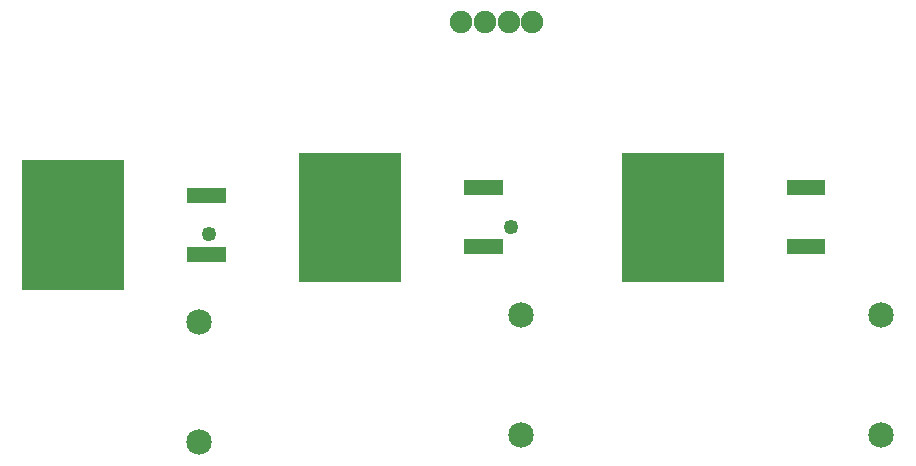
<source format=gts>
G04 MADE WITH FRITZING*
G04 WWW.FRITZING.ORG*
G04 DOUBLE SIDED*
G04 HOLES PLATED*
G04 CONTOUR ON CENTER OF CONTOUR VECTOR*
%ASAXBY*%
%FSLAX23Y23*%
%MOIN*%
%OFA0B0*%
%SFA1.0B1.0*%
%ADD10C,0.049370*%
%ADD11C,0.075000*%
%ADD12C,0.085000*%
%ADD13R,0.001000X0.001000*%
%LNMASK1*%
G90*
G70*
G54D10*
X703Y819D03*
X1711Y843D03*
G54D11*
X1545Y1526D03*
X1624Y1526D03*
X1702Y1526D03*
X1781Y1526D03*
G54D12*
X670Y526D03*
X670Y126D03*
X1745Y551D03*
X1745Y151D03*
X2945Y551D03*
X2945Y151D03*
G54D13*
X1004Y1090D02*
X1344Y1090D01*
X2079Y1090D02*
X2419Y1090D01*
X1004Y1089D02*
X1344Y1089D01*
X2079Y1089D02*
X2419Y1089D01*
X1004Y1088D02*
X1344Y1088D01*
X2079Y1088D02*
X2419Y1088D01*
X1004Y1087D02*
X1344Y1087D01*
X2079Y1087D02*
X2419Y1087D01*
X1004Y1086D02*
X1344Y1086D01*
X2079Y1086D02*
X2419Y1086D01*
X1004Y1085D02*
X1344Y1085D01*
X2079Y1085D02*
X2419Y1085D01*
X1004Y1084D02*
X1344Y1084D01*
X2079Y1084D02*
X2419Y1084D01*
X1004Y1083D02*
X1344Y1083D01*
X2079Y1083D02*
X2419Y1083D01*
X1004Y1082D02*
X1344Y1082D01*
X2079Y1082D02*
X2419Y1082D01*
X1004Y1081D02*
X1344Y1081D01*
X2079Y1081D02*
X2419Y1081D01*
X1004Y1080D02*
X1344Y1080D01*
X2079Y1080D02*
X2419Y1080D01*
X1004Y1079D02*
X1344Y1079D01*
X2079Y1079D02*
X2419Y1079D01*
X1004Y1078D02*
X1344Y1078D01*
X2079Y1078D02*
X2419Y1078D01*
X1004Y1077D02*
X1344Y1077D01*
X2079Y1077D02*
X2419Y1077D01*
X1004Y1076D02*
X1344Y1076D01*
X2079Y1076D02*
X2419Y1076D01*
X1004Y1075D02*
X1344Y1075D01*
X2079Y1075D02*
X2419Y1075D01*
X1004Y1074D02*
X1344Y1074D01*
X2079Y1074D02*
X2419Y1074D01*
X1004Y1073D02*
X1344Y1073D01*
X2079Y1073D02*
X2419Y1073D01*
X1004Y1072D02*
X1344Y1072D01*
X2079Y1072D02*
X2419Y1072D01*
X1004Y1071D02*
X1344Y1071D01*
X2079Y1071D02*
X2419Y1071D01*
X1004Y1070D02*
X1344Y1070D01*
X2079Y1070D02*
X2419Y1070D01*
X1004Y1069D02*
X1344Y1069D01*
X2079Y1069D02*
X2419Y1069D01*
X1004Y1068D02*
X1344Y1068D01*
X2079Y1068D02*
X2419Y1068D01*
X1004Y1067D02*
X1344Y1067D01*
X2079Y1067D02*
X2419Y1067D01*
X1004Y1066D02*
X1344Y1066D01*
X2079Y1066D02*
X2419Y1066D01*
X80Y1065D02*
X419Y1065D01*
X1004Y1065D02*
X1344Y1065D01*
X2079Y1065D02*
X2419Y1065D01*
X80Y1064D02*
X419Y1064D01*
X1004Y1064D02*
X1344Y1064D01*
X2079Y1064D02*
X2419Y1064D01*
X80Y1063D02*
X419Y1063D01*
X1004Y1063D02*
X1344Y1063D01*
X2079Y1063D02*
X2419Y1063D01*
X80Y1062D02*
X419Y1062D01*
X1004Y1062D02*
X1344Y1062D01*
X2079Y1062D02*
X2419Y1062D01*
X80Y1061D02*
X419Y1061D01*
X1004Y1061D02*
X1344Y1061D01*
X2079Y1061D02*
X2419Y1061D01*
X80Y1060D02*
X419Y1060D01*
X1004Y1060D02*
X1344Y1060D01*
X2079Y1060D02*
X2419Y1060D01*
X80Y1059D02*
X419Y1059D01*
X1004Y1059D02*
X1344Y1059D01*
X2079Y1059D02*
X2419Y1059D01*
X80Y1058D02*
X419Y1058D01*
X1004Y1058D02*
X1344Y1058D01*
X2079Y1058D02*
X2419Y1058D01*
X80Y1057D02*
X419Y1057D01*
X1004Y1057D02*
X1344Y1057D01*
X2079Y1057D02*
X2419Y1057D01*
X80Y1056D02*
X419Y1056D01*
X1004Y1056D02*
X1344Y1056D01*
X2079Y1056D02*
X2419Y1056D01*
X80Y1055D02*
X419Y1055D01*
X1004Y1055D02*
X1344Y1055D01*
X2079Y1055D02*
X2419Y1055D01*
X80Y1054D02*
X419Y1054D01*
X1004Y1054D02*
X1344Y1054D01*
X2079Y1054D02*
X2419Y1054D01*
X80Y1053D02*
X419Y1053D01*
X1004Y1053D02*
X1344Y1053D01*
X2079Y1053D02*
X2419Y1053D01*
X80Y1052D02*
X419Y1052D01*
X1004Y1052D02*
X1344Y1052D01*
X2079Y1052D02*
X2419Y1052D01*
X80Y1051D02*
X419Y1051D01*
X1004Y1051D02*
X1344Y1051D01*
X2079Y1051D02*
X2419Y1051D01*
X80Y1050D02*
X419Y1050D01*
X1004Y1050D02*
X1344Y1050D01*
X2079Y1050D02*
X2419Y1050D01*
X80Y1049D02*
X419Y1049D01*
X1004Y1049D02*
X1344Y1049D01*
X2079Y1049D02*
X2419Y1049D01*
X80Y1048D02*
X419Y1048D01*
X1004Y1048D02*
X1344Y1048D01*
X2079Y1048D02*
X2419Y1048D01*
X80Y1047D02*
X419Y1047D01*
X1004Y1047D02*
X1344Y1047D01*
X2079Y1047D02*
X2419Y1047D01*
X80Y1046D02*
X419Y1046D01*
X1004Y1046D02*
X1344Y1046D01*
X2079Y1046D02*
X2419Y1046D01*
X80Y1045D02*
X419Y1045D01*
X1004Y1045D02*
X1344Y1045D01*
X2079Y1045D02*
X2419Y1045D01*
X80Y1044D02*
X419Y1044D01*
X1004Y1044D02*
X1344Y1044D01*
X2079Y1044D02*
X2419Y1044D01*
X80Y1043D02*
X419Y1043D01*
X1004Y1043D02*
X1344Y1043D01*
X2079Y1043D02*
X2419Y1043D01*
X80Y1042D02*
X419Y1042D01*
X1004Y1042D02*
X1344Y1042D01*
X2079Y1042D02*
X2419Y1042D01*
X80Y1041D02*
X419Y1041D01*
X1004Y1041D02*
X1344Y1041D01*
X2079Y1041D02*
X2419Y1041D01*
X80Y1040D02*
X419Y1040D01*
X1004Y1040D02*
X1344Y1040D01*
X2079Y1040D02*
X2419Y1040D01*
X80Y1039D02*
X419Y1039D01*
X1004Y1039D02*
X1344Y1039D01*
X2079Y1039D02*
X2419Y1039D01*
X80Y1038D02*
X419Y1038D01*
X1004Y1038D02*
X1344Y1038D01*
X2079Y1038D02*
X2419Y1038D01*
X80Y1037D02*
X419Y1037D01*
X1004Y1037D02*
X1344Y1037D01*
X2079Y1037D02*
X2419Y1037D01*
X80Y1036D02*
X419Y1036D01*
X1004Y1036D02*
X1344Y1036D01*
X2079Y1036D02*
X2419Y1036D01*
X80Y1035D02*
X419Y1035D01*
X1004Y1035D02*
X1344Y1035D01*
X2079Y1035D02*
X2419Y1035D01*
X80Y1034D02*
X419Y1034D01*
X1004Y1034D02*
X1344Y1034D01*
X2079Y1034D02*
X2419Y1034D01*
X80Y1033D02*
X419Y1033D01*
X1004Y1033D02*
X1344Y1033D01*
X2079Y1033D02*
X2419Y1033D01*
X80Y1032D02*
X419Y1032D01*
X1004Y1032D02*
X1344Y1032D01*
X2079Y1032D02*
X2419Y1032D01*
X80Y1031D02*
X419Y1031D01*
X1004Y1031D02*
X1344Y1031D01*
X2079Y1031D02*
X2419Y1031D01*
X80Y1030D02*
X419Y1030D01*
X1004Y1030D02*
X1344Y1030D01*
X2079Y1030D02*
X2419Y1030D01*
X80Y1029D02*
X419Y1029D01*
X1004Y1029D02*
X1344Y1029D01*
X2079Y1029D02*
X2419Y1029D01*
X80Y1028D02*
X419Y1028D01*
X1004Y1028D02*
X1344Y1028D01*
X2079Y1028D02*
X2419Y1028D01*
X80Y1027D02*
X419Y1027D01*
X1004Y1027D02*
X1344Y1027D01*
X2079Y1027D02*
X2419Y1027D01*
X80Y1026D02*
X419Y1026D01*
X1004Y1026D02*
X1344Y1026D01*
X2079Y1026D02*
X2419Y1026D01*
X80Y1025D02*
X419Y1025D01*
X1004Y1025D02*
X1344Y1025D01*
X2079Y1025D02*
X2419Y1025D01*
X80Y1024D02*
X419Y1024D01*
X1004Y1024D02*
X1344Y1024D01*
X2079Y1024D02*
X2419Y1024D01*
X80Y1023D02*
X419Y1023D01*
X1004Y1023D02*
X1344Y1023D01*
X2079Y1023D02*
X2419Y1023D01*
X80Y1022D02*
X419Y1022D01*
X1004Y1022D02*
X1344Y1022D01*
X2079Y1022D02*
X2419Y1022D01*
X80Y1021D02*
X419Y1021D01*
X1004Y1021D02*
X1344Y1021D01*
X2079Y1021D02*
X2419Y1021D01*
X80Y1020D02*
X419Y1020D01*
X1004Y1020D02*
X1344Y1020D01*
X2079Y1020D02*
X2419Y1020D01*
X80Y1019D02*
X419Y1019D01*
X1004Y1019D02*
X1344Y1019D01*
X2079Y1019D02*
X2419Y1019D01*
X80Y1018D02*
X419Y1018D01*
X1004Y1018D02*
X1344Y1018D01*
X2079Y1018D02*
X2419Y1018D01*
X80Y1017D02*
X419Y1017D01*
X1004Y1017D02*
X1344Y1017D01*
X2079Y1017D02*
X2419Y1017D01*
X80Y1016D02*
X419Y1016D01*
X1004Y1016D02*
X1344Y1016D01*
X2079Y1016D02*
X2419Y1016D01*
X80Y1015D02*
X419Y1015D01*
X1004Y1015D02*
X1344Y1015D01*
X2079Y1015D02*
X2419Y1015D01*
X80Y1014D02*
X419Y1014D01*
X1004Y1014D02*
X1344Y1014D01*
X2079Y1014D02*
X2419Y1014D01*
X80Y1013D02*
X419Y1013D01*
X1004Y1013D02*
X1344Y1013D01*
X2079Y1013D02*
X2419Y1013D01*
X80Y1012D02*
X419Y1012D01*
X1004Y1012D02*
X1344Y1012D01*
X2079Y1012D02*
X2419Y1012D01*
X80Y1011D02*
X419Y1011D01*
X1004Y1011D02*
X1344Y1011D01*
X2079Y1011D02*
X2419Y1011D01*
X80Y1010D02*
X419Y1010D01*
X1004Y1010D02*
X1344Y1010D01*
X2079Y1010D02*
X2419Y1010D01*
X80Y1009D02*
X419Y1009D01*
X1004Y1009D02*
X1344Y1009D01*
X2079Y1009D02*
X2419Y1009D01*
X80Y1008D02*
X419Y1008D01*
X1004Y1008D02*
X1344Y1008D01*
X2079Y1008D02*
X2419Y1008D01*
X80Y1007D02*
X419Y1007D01*
X1004Y1007D02*
X1344Y1007D01*
X2079Y1007D02*
X2419Y1007D01*
X80Y1006D02*
X419Y1006D01*
X1004Y1006D02*
X1344Y1006D01*
X2079Y1006D02*
X2419Y1006D01*
X80Y1005D02*
X419Y1005D01*
X1004Y1005D02*
X1344Y1005D01*
X2079Y1005D02*
X2419Y1005D01*
X80Y1004D02*
X419Y1004D01*
X1004Y1004D02*
X1344Y1004D01*
X2079Y1004D02*
X2419Y1004D01*
X80Y1003D02*
X419Y1003D01*
X1004Y1003D02*
X1344Y1003D01*
X2079Y1003D02*
X2419Y1003D01*
X80Y1002D02*
X419Y1002D01*
X1004Y1002D02*
X1344Y1002D01*
X2079Y1002D02*
X2419Y1002D01*
X80Y1001D02*
X419Y1001D01*
X1004Y1001D02*
X1344Y1001D01*
X2079Y1001D02*
X2419Y1001D01*
X80Y1000D02*
X419Y1000D01*
X1004Y1000D02*
X1344Y1000D01*
X2079Y1000D02*
X2419Y1000D01*
X80Y999D02*
X419Y999D01*
X1004Y999D02*
X1344Y999D01*
X2079Y999D02*
X2419Y999D01*
X80Y998D02*
X419Y998D01*
X1004Y998D02*
X1344Y998D01*
X1555Y998D02*
X1682Y998D01*
X2079Y998D02*
X2419Y998D01*
X2630Y998D02*
X2757Y998D01*
X80Y997D02*
X419Y997D01*
X1004Y997D02*
X1344Y997D01*
X1555Y997D02*
X1683Y997D01*
X2079Y997D02*
X2419Y997D01*
X2630Y997D02*
X2757Y997D01*
X80Y996D02*
X419Y996D01*
X1004Y996D02*
X1344Y996D01*
X1555Y996D02*
X1683Y996D01*
X2079Y996D02*
X2419Y996D01*
X2630Y996D02*
X2757Y996D01*
X80Y995D02*
X419Y995D01*
X1004Y995D02*
X1344Y995D01*
X1555Y995D02*
X1683Y995D01*
X2079Y995D02*
X2419Y995D01*
X2630Y995D02*
X2757Y995D01*
X80Y994D02*
X419Y994D01*
X1004Y994D02*
X1344Y994D01*
X1555Y994D02*
X1683Y994D01*
X2079Y994D02*
X2419Y994D01*
X2630Y994D02*
X2757Y994D01*
X80Y993D02*
X419Y993D01*
X1004Y993D02*
X1344Y993D01*
X1555Y993D02*
X1683Y993D01*
X2079Y993D02*
X2419Y993D01*
X2630Y993D02*
X2757Y993D01*
X80Y992D02*
X419Y992D01*
X1004Y992D02*
X1344Y992D01*
X1555Y992D02*
X1683Y992D01*
X2079Y992D02*
X2419Y992D01*
X2630Y992D02*
X2757Y992D01*
X80Y991D02*
X419Y991D01*
X1004Y991D02*
X1344Y991D01*
X1555Y991D02*
X1683Y991D01*
X2079Y991D02*
X2419Y991D01*
X2630Y991D02*
X2757Y991D01*
X80Y990D02*
X419Y990D01*
X1004Y990D02*
X1344Y990D01*
X1555Y990D02*
X1683Y990D01*
X2079Y990D02*
X2419Y990D01*
X2630Y990D02*
X2757Y990D01*
X80Y989D02*
X419Y989D01*
X1004Y989D02*
X1344Y989D01*
X1555Y989D02*
X1683Y989D01*
X2079Y989D02*
X2419Y989D01*
X2630Y989D02*
X2757Y989D01*
X80Y988D02*
X419Y988D01*
X1004Y988D02*
X1344Y988D01*
X1555Y988D02*
X1683Y988D01*
X2079Y988D02*
X2419Y988D01*
X2630Y988D02*
X2757Y988D01*
X80Y987D02*
X419Y987D01*
X1004Y987D02*
X1344Y987D01*
X1555Y987D02*
X1683Y987D01*
X2079Y987D02*
X2419Y987D01*
X2630Y987D02*
X2757Y987D01*
X80Y986D02*
X419Y986D01*
X1004Y986D02*
X1344Y986D01*
X1555Y986D02*
X1683Y986D01*
X2079Y986D02*
X2419Y986D01*
X2630Y986D02*
X2757Y986D01*
X80Y985D02*
X419Y985D01*
X1004Y985D02*
X1344Y985D01*
X1555Y985D02*
X1683Y985D01*
X2079Y985D02*
X2419Y985D01*
X2630Y985D02*
X2757Y985D01*
X80Y984D02*
X419Y984D01*
X1004Y984D02*
X1344Y984D01*
X1555Y984D02*
X1683Y984D01*
X2079Y984D02*
X2419Y984D01*
X2630Y984D02*
X2757Y984D01*
X80Y983D02*
X419Y983D01*
X1004Y983D02*
X1344Y983D01*
X1555Y983D02*
X1683Y983D01*
X2079Y983D02*
X2419Y983D01*
X2630Y983D02*
X2757Y983D01*
X80Y982D02*
X419Y982D01*
X1004Y982D02*
X1344Y982D01*
X1555Y982D02*
X1683Y982D01*
X2079Y982D02*
X2419Y982D01*
X2630Y982D02*
X2757Y982D01*
X80Y981D02*
X419Y981D01*
X1004Y981D02*
X1344Y981D01*
X1555Y981D02*
X1683Y981D01*
X2079Y981D02*
X2419Y981D01*
X2630Y981D02*
X2757Y981D01*
X80Y980D02*
X419Y980D01*
X1004Y980D02*
X1344Y980D01*
X1555Y980D02*
X1683Y980D01*
X2079Y980D02*
X2419Y980D01*
X2630Y980D02*
X2757Y980D01*
X80Y979D02*
X419Y979D01*
X1004Y979D02*
X1344Y979D01*
X1555Y979D02*
X1683Y979D01*
X2079Y979D02*
X2419Y979D01*
X2630Y979D02*
X2757Y979D01*
X80Y978D02*
X419Y978D01*
X1004Y978D02*
X1344Y978D01*
X1555Y978D02*
X1683Y978D01*
X2079Y978D02*
X2419Y978D01*
X2630Y978D02*
X2757Y978D01*
X80Y977D02*
X419Y977D01*
X1004Y977D02*
X1344Y977D01*
X1555Y977D02*
X1683Y977D01*
X2079Y977D02*
X2419Y977D01*
X2630Y977D02*
X2757Y977D01*
X80Y976D02*
X419Y976D01*
X1004Y976D02*
X1344Y976D01*
X1555Y976D02*
X1683Y976D01*
X2079Y976D02*
X2419Y976D01*
X2630Y976D02*
X2757Y976D01*
X80Y975D02*
X419Y975D01*
X1004Y975D02*
X1344Y975D01*
X1555Y975D02*
X1683Y975D01*
X2079Y975D02*
X2419Y975D01*
X2630Y975D02*
X2757Y975D01*
X80Y974D02*
X419Y974D01*
X1004Y974D02*
X1344Y974D01*
X1555Y974D02*
X1683Y974D01*
X2079Y974D02*
X2419Y974D01*
X2630Y974D02*
X2757Y974D01*
X80Y973D02*
X419Y973D01*
X631Y973D02*
X758Y973D01*
X1004Y973D02*
X1344Y973D01*
X1555Y973D02*
X1683Y973D01*
X2079Y973D02*
X2419Y973D01*
X2630Y973D02*
X2757Y973D01*
X80Y972D02*
X419Y972D01*
X631Y972D02*
X758Y972D01*
X1004Y972D02*
X1344Y972D01*
X1555Y972D02*
X1683Y972D01*
X2079Y972D02*
X2419Y972D01*
X2630Y972D02*
X2757Y972D01*
X80Y971D02*
X419Y971D01*
X631Y971D02*
X758Y971D01*
X1004Y971D02*
X1344Y971D01*
X1555Y971D02*
X1683Y971D01*
X2079Y971D02*
X2419Y971D01*
X2630Y971D02*
X2757Y971D01*
X80Y970D02*
X419Y970D01*
X631Y970D02*
X758Y970D01*
X1004Y970D02*
X1344Y970D01*
X1555Y970D02*
X1683Y970D01*
X2079Y970D02*
X2419Y970D01*
X2630Y970D02*
X2757Y970D01*
X80Y969D02*
X419Y969D01*
X631Y969D02*
X758Y969D01*
X1004Y969D02*
X1344Y969D01*
X1555Y969D02*
X1683Y969D01*
X2079Y969D02*
X2419Y969D01*
X2630Y969D02*
X2757Y969D01*
X80Y968D02*
X419Y968D01*
X631Y968D02*
X758Y968D01*
X1004Y968D02*
X1344Y968D01*
X1555Y968D02*
X1683Y968D01*
X2079Y968D02*
X2419Y968D01*
X2630Y968D02*
X2757Y968D01*
X80Y967D02*
X419Y967D01*
X631Y967D02*
X758Y967D01*
X1004Y967D02*
X1344Y967D01*
X1555Y967D02*
X1683Y967D01*
X2079Y967D02*
X2419Y967D01*
X2630Y967D02*
X2757Y967D01*
X80Y966D02*
X419Y966D01*
X631Y966D02*
X758Y966D01*
X1004Y966D02*
X1344Y966D01*
X1555Y966D02*
X1683Y966D01*
X2079Y966D02*
X2419Y966D01*
X2630Y966D02*
X2757Y966D01*
X80Y965D02*
X419Y965D01*
X631Y965D02*
X758Y965D01*
X1004Y965D02*
X1344Y965D01*
X1555Y965D02*
X1683Y965D01*
X2079Y965D02*
X2419Y965D01*
X2630Y965D02*
X2757Y965D01*
X80Y964D02*
X419Y964D01*
X631Y964D02*
X758Y964D01*
X1004Y964D02*
X1344Y964D01*
X1555Y964D02*
X1683Y964D01*
X2079Y964D02*
X2419Y964D01*
X2630Y964D02*
X2757Y964D01*
X80Y963D02*
X419Y963D01*
X631Y963D02*
X758Y963D01*
X1004Y963D02*
X1344Y963D01*
X1555Y963D02*
X1683Y963D01*
X2079Y963D02*
X2419Y963D01*
X2630Y963D02*
X2757Y963D01*
X80Y962D02*
X419Y962D01*
X631Y962D02*
X758Y962D01*
X1004Y962D02*
X1344Y962D01*
X1555Y962D02*
X1683Y962D01*
X2079Y962D02*
X2419Y962D01*
X2630Y962D02*
X2757Y962D01*
X80Y961D02*
X419Y961D01*
X631Y961D02*
X758Y961D01*
X1004Y961D02*
X1344Y961D01*
X1555Y961D02*
X1683Y961D01*
X2079Y961D02*
X2419Y961D01*
X2630Y961D02*
X2757Y961D01*
X80Y960D02*
X419Y960D01*
X631Y960D02*
X758Y960D01*
X1004Y960D02*
X1344Y960D01*
X1555Y960D02*
X1683Y960D01*
X2079Y960D02*
X2419Y960D01*
X2630Y960D02*
X2757Y960D01*
X80Y959D02*
X419Y959D01*
X631Y959D02*
X758Y959D01*
X1004Y959D02*
X1344Y959D01*
X1555Y959D02*
X1683Y959D01*
X2079Y959D02*
X2419Y959D01*
X2630Y959D02*
X2757Y959D01*
X80Y958D02*
X419Y958D01*
X631Y958D02*
X758Y958D01*
X1004Y958D02*
X1344Y958D01*
X1555Y958D02*
X1683Y958D01*
X2079Y958D02*
X2419Y958D01*
X2630Y958D02*
X2757Y958D01*
X80Y957D02*
X419Y957D01*
X631Y957D02*
X758Y957D01*
X1004Y957D02*
X1344Y957D01*
X1555Y957D02*
X1683Y957D01*
X2079Y957D02*
X2419Y957D01*
X2630Y957D02*
X2757Y957D01*
X80Y956D02*
X419Y956D01*
X631Y956D02*
X758Y956D01*
X1004Y956D02*
X1344Y956D01*
X1555Y956D02*
X1683Y956D01*
X2079Y956D02*
X2419Y956D01*
X2630Y956D02*
X2757Y956D01*
X80Y955D02*
X419Y955D01*
X631Y955D02*
X758Y955D01*
X1004Y955D02*
X1344Y955D01*
X1555Y955D02*
X1683Y955D01*
X2079Y955D02*
X2419Y955D01*
X2630Y955D02*
X2757Y955D01*
X80Y954D02*
X419Y954D01*
X631Y954D02*
X758Y954D01*
X1004Y954D02*
X1344Y954D01*
X1555Y954D02*
X1683Y954D01*
X2079Y954D02*
X2419Y954D01*
X2630Y954D02*
X2757Y954D01*
X80Y953D02*
X419Y953D01*
X631Y953D02*
X758Y953D01*
X1004Y953D02*
X1344Y953D01*
X1555Y953D02*
X1683Y953D01*
X2079Y953D02*
X2419Y953D01*
X2630Y953D02*
X2757Y953D01*
X80Y952D02*
X419Y952D01*
X631Y952D02*
X758Y952D01*
X1004Y952D02*
X1344Y952D01*
X1555Y952D02*
X1683Y952D01*
X2079Y952D02*
X2419Y952D01*
X2630Y952D02*
X2757Y952D01*
X80Y951D02*
X419Y951D01*
X631Y951D02*
X758Y951D01*
X1004Y951D02*
X1344Y951D01*
X1555Y951D02*
X1683Y951D01*
X2079Y951D02*
X2419Y951D01*
X2630Y951D02*
X2757Y951D01*
X80Y950D02*
X419Y950D01*
X631Y950D02*
X758Y950D01*
X1004Y950D02*
X1344Y950D01*
X1555Y950D02*
X1683Y950D01*
X2079Y950D02*
X2419Y950D01*
X2630Y950D02*
X2757Y950D01*
X80Y949D02*
X419Y949D01*
X631Y949D02*
X758Y949D01*
X1004Y949D02*
X1344Y949D01*
X2079Y949D02*
X2419Y949D01*
X80Y948D02*
X419Y948D01*
X631Y948D02*
X758Y948D01*
X1004Y948D02*
X1344Y948D01*
X2079Y948D02*
X2419Y948D01*
X80Y947D02*
X419Y947D01*
X631Y947D02*
X758Y947D01*
X1004Y947D02*
X1344Y947D01*
X2079Y947D02*
X2419Y947D01*
X80Y946D02*
X419Y946D01*
X631Y946D02*
X758Y946D01*
X1004Y946D02*
X1344Y946D01*
X2079Y946D02*
X2419Y946D01*
X80Y945D02*
X419Y945D01*
X631Y945D02*
X758Y945D01*
X1004Y945D02*
X1344Y945D01*
X2079Y945D02*
X2419Y945D01*
X80Y944D02*
X419Y944D01*
X631Y944D02*
X758Y944D01*
X1004Y944D02*
X1344Y944D01*
X2079Y944D02*
X2419Y944D01*
X80Y943D02*
X419Y943D01*
X631Y943D02*
X758Y943D01*
X1004Y943D02*
X1344Y943D01*
X2079Y943D02*
X2419Y943D01*
X80Y942D02*
X419Y942D01*
X631Y942D02*
X758Y942D01*
X1004Y942D02*
X1344Y942D01*
X2079Y942D02*
X2419Y942D01*
X80Y941D02*
X419Y941D01*
X631Y941D02*
X758Y941D01*
X1004Y941D02*
X1344Y941D01*
X2079Y941D02*
X2419Y941D01*
X80Y940D02*
X419Y940D01*
X631Y940D02*
X758Y940D01*
X1004Y940D02*
X1344Y940D01*
X2079Y940D02*
X2419Y940D01*
X80Y939D02*
X419Y939D01*
X631Y939D02*
X758Y939D01*
X1004Y939D02*
X1344Y939D01*
X2079Y939D02*
X2419Y939D01*
X80Y938D02*
X419Y938D01*
X631Y938D02*
X758Y938D01*
X1004Y938D02*
X1344Y938D01*
X2079Y938D02*
X2419Y938D01*
X80Y937D02*
X419Y937D01*
X631Y937D02*
X758Y937D01*
X1004Y937D02*
X1344Y937D01*
X2079Y937D02*
X2419Y937D01*
X80Y936D02*
X419Y936D01*
X631Y936D02*
X758Y936D01*
X1004Y936D02*
X1344Y936D01*
X2079Y936D02*
X2419Y936D01*
X80Y935D02*
X419Y935D01*
X631Y935D02*
X758Y935D01*
X1004Y935D02*
X1344Y935D01*
X2079Y935D02*
X2419Y935D01*
X80Y934D02*
X419Y934D01*
X631Y934D02*
X758Y934D01*
X1004Y934D02*
X1344Y934D01*
X2079Y934D02*
X2419Y934D01*
X80Y933D02*
X419Y933D01*
X631Y933D02*
X758Y933D01*
X1004Y933D02*
X1344Y933D01*
X2079Y933D02*
X2419Y933D01*
X80Y932D02*
X419Y932D01*
X631Y932D02*
X758Y932D01*
X1004Y932D02*
X1344Y932D01*
X2079Y932D02*
X2419Y932D01*
X80Y931D02*
X419Y931D01*
X631Y931D02*
X758Y931D01*
X1004Y931D02*
X1344Y931D01*
X2079Y931D02*
X2419Y931D01*
X80Y930D02*
X419Y930D01*
X631Y930D02*
X758Y930D01*
X1004Y930D02*
X1344Y930D01*
X2079Y930D02*
X2419Y930D01*
X80Y929D02*
X419Y929D01*
X631Y929D02*
X758Y929D01*
X1004Y929D02*
X1344Y929D01*
X2079Y929D02*
X2419Y929D01*
X80Y928D02*
X419Y928D01*
X631Y928D02*
X758Y928D01*
X1004Y928D02*
X1344Y928D01*
X2079Y928D02*
X2419Y928D01*
X80Y927D02*
X419Y927D01*
X631Y927D02*
X758Y927D01*
X1004Y927D02*
X1344Y927D01*
X2079Y927D02*
X2419Y927D01*
X80Y926D02*
X419Y926D01*
X631Y926D02*
X758Y926D01*
X1004Y926D02*
X1344Y926D01*
X2079Y926D02*
X2419Y926D01*
X80Y925D02*
X419Y925D01*
X631Y925D02*
X758Y925D01*
X1004Y925D02*
X1344Y925D01*
X2079Y925D02*
X2419Y925D01*
X80Y924D02*
X419Y924D01*
X1004Y924D02*
X1344Y924D01*
X2079Y924D02*
X2419Y924D01*
X80Y923D02*
X419Y923D01*
X1004Y923D02*
X1344Y923D01*
X2079Y923D02*
X2419Y923D01*
X80Y922D02*
X419Y922D01*
X1004Y922D02*
X1344Y922D01*
X2079Y922D02*
X2419Y922D01*
X80Y921D02*
X419Y921D01*
X1004Y921D02*
X1344Y921D01*
X2079Y921D02*
X2419Y921D01*
X80Y920D02*
X419Y920D01*
X1004Y920D02*
X1344Y920D01*
X2079Y920D02*
X2419Y920D01*
X80Y919D02*
X419Y919D01*
X1004Y919D02*
X1344Y919D01*
X2079Y919D02*
X2419Y919D01*
X80Y918D02*
X419Y918D01*
X1004Y918D02*
X1344Y918D01*
X2079Y918D02*
X2419Y918D01*
X80Y917D02*
X419Y917D01*
X1004Y917D02*
X1344Y917D01*
X2079Y917D02*
X2419Y917D01*
X80Y916D02*
X419Y916D01*
X1004Y916D02*
X1344Y916D01*
X2079Y916D02*
X2419Y916D01*
X80Y915D02*
X419Y915D01*
X1004Y915D02*
X1344Y915D01*
X2079Y915D02*
X2419Y915D01*
X80Y914D02*
X419Y914D01*
X1004Y914D02*
X1344Y914D01*
X2079Y914D02*
X2419Y914D01*
X80Y913D02*
X419Y913D01*
X1004Y913D02*
X1344Y913D01*
X2079Y913D02*
X2419Y913D01*
X80Y912D02*
X419Y912D01*
X1004Y912D02*
X1344Y912D01*
X2079Y912D02*
X2419Y912D01*
X80Y911D02*
X419Y911D01*
X1004Y911D02*
X1344Y911D01*
X2079Y911D02*
X2419Y911D01*
X80Y910D02*
X419Y910D01*
X1004Y910D02*
X1344Y910D01*
X2079Y910D02*
X2419Y910D01*
X80Y909D02*
X419Y909D01*
X1004Y909D02*
X1344Y909D01*
X2079Y909D02*
X2419Y909D01*
X80Y908D02*
X419Y908D01*
X1004Y908D02*
X1344Y908D01*
X2079Y908D02*
X2419Y908D01*
X80Y907D02*
X419Y907D01*
X1004Y907D02*
X1344Y907D01*
X2079Y907D02*
X2419Y907D01*
X80Y906D02*
X419Y906D01*
X1004Y906D02*
X1344Y906D01*
X2079Y906D02*
X2419Y906D01*
X80Y905D02*
X419Y905D01*
X1004Y905D02*
X1344Y905D01*
X2079Y905D02*
X2419Y905D01*
X80Y904D02*
X419Y904D01*
X1004Y904D02*
X1344Y904D01*
X2079Y904D02*
X2419Y904D01*
X80Y903D02*
X419Y903D01*
X1004Y903D02*
X1344Y903D01*
X2079Y903D02*
X2419Y903D01*
X80Y902D02*
X419Y902D01*
X1004Y902D02*
X1344Y902D01*
X2079Y902D02*
X2419Y902D01*
X80Y901D02*
X419Y901D01*
X1004Y901D02*
X1344Y901D01*
X2079Y901D02*
X2419Y901D01*
X80Y900D02*
X419Y900D01*
X1004Y900D02*
X1344Y900D01*
X2079Y900D02*
X2419Y900D01*
X80Y899D02*
X419Y899D01*
X1004Y899D02*
X1344Y899D01*
X2079Y899D02*
X2419Y899D01*
X80Y898D02*
X419Y898D01*
X1004Y898D02*
X1344Y898D01*
X2079Y898D02*
X2419Y898D01*
X80Y897D02*
X419Y897D01*
X1004Y897D02*
X1344Y897D01*
X2079Y897D02*
X2419Y897D01*
X80Y896D02*
X419Y896D01*
X1004Y896D02*
X1344Y896D01*
X2079Y896D02*
X2419Y896D01*
X80Y895D02*
X419Y895D01*
X1004Y895D02*
X1344Y895D01*
X2079Y895D02*
X2419Y895D01*
X80Y894D02*
X419Y894D01*
X1004Y894D02*
X1344Y894D01*
X2079Y894D02*
X2419Y894D01*
X80Y893D02*
X419Y893D01*
X1004Y893D02*
X1344Y893D01*
X2079Y893D02*
X2419Y893D01*
X80Y892D02*
X419Y892D01*
X1004Y892D02*
X1344Y892D01*
X2079Y892D02*
X2419Y892D01*
X80Y891D02*
X419Y891D01*
X1004Y891D02*
X1344Y891D01*
X2079Y891D02*
X2419Y891D01*
X80Y890D02*
X419Y890D01*
X1004Y890D02*
X1344Y890D01*
X2079Y890D02*
X2419Y890D01*
X80Y889D02*
X419Y889D01*
X1004Y889D02*
X1344Y889D01*
X2079Y889D02*
X2419Y889D01*
X80Y888D02*
X419Y888D01*
X1004Y888D02*
X1344Y888D01*
X2079Y888D02*
X2419Y888D01*
X80Y887D02*
X419Y887D01*
X1004Y887D02*
X1344Y887D01*
X2079Y887D02*
X2419Y887D01*
X80Y886D02*
X419Y886D01*
X1004Y886D02*
X1344Y886D01*
X2079Y886D02*
X2419Y886D01*
X80Y885D02*
X419Y885D01*
X1004Y885D02*
X1344Y885D01*
X2079Y885D02*
X2419Y885D01*
X80Y884D02*
X419Y884D01*
X1004Y884D02*
X1344Y884D01*
X2079Y884D02*
X2419Y884D01*
X80Y883D02*
X419Y883D01*
X1004Y883D02*
X1344Y883D01*
X2079Y883D02*
X2419Y883D01*
X80Y882D02*
X419Y882D01*
X1004Y882D02*
X1344Y882D01*
X2079Y882D02*
X2419Y882D01*
X80Y881D02*
X419Y881D01*
X1004Y881D02*
X1344Y881D01*
X2079Y881D02*
X2419Y881D01*
X80Y880D02*
X419Y880D01*
X1004Y880D02*
X1344Y880D01*
X2079Y880D02*
X2419Y880D01*
X80Y879D02*
X419Y879D01*
X1004Y879D02*
X1344Y879D01*
X2079Y879D02*
X2419Y879D01*
X80Y878D02*
X419Y878D01*
X1004Y878D02*
X1344Y878D01*
X2079Y878D02*
X2419Y878D01*
X80Y877D02*
X419Y877D01*
X1004Y877D02*
X1344Y877D01*
X2079Y877D02*
X2419Y877D01*
X80Y876D02*
X419Y876D01*
X1004Y876D02*
X1344Y876D01*
X2079Y876D02*
X2419Y876D01*
X80Y875D02*
X419Y875D01*
X1004Y875D02*
X1344Y875D01*
X2079Y875D02*
X2419Y875D01*
X80Y874D02*
X419Y874D01*
X1004Y874D02*
X1344Y874D01*
X2079Y874D02*
X2419Y874D01*
X80Y873D02*
X419Y873D01*
X1004Y873D02*
X1344Y873D01*
X2079Y873D02*
X2419Y873D01*
X80Y872D02*
X419Y872D01*
X1004Y872D02*
X1344Y872D01*
X2079Y872D02*
X2419Y872D01*
X80Y871D02*
X419Y871D01*
X1004Y871D02*
X1344Y871D01*
X2079Y871D02*
X2419Y871D01*
X80Y870D02*
X419Y870D01*
X1004Y870D02*
X1344Y870D01*
X2079Y870D02*
X2419Y870D01*
X80Y869D02*
X419Y869D01*
X1004Y869D02*
X1344Y869D01*
X2079Y869D02*
X2419Y869D01*
X80Y868D02*
X419Y868D01*
X1004Y868D02*
X1344Y868D01*
X2079Y868D02*
X2419Y868D01*
X80Y867D02*
X419Y867D01*
X1004Y867D02*
X1344Y867D01*
X2079Y867D02*
X2419Y867D01*
X80Y866D02*
X419Y866D01*
X1004Y866D02*
X1344Y866D01*
X2079Y866D02*
X2419Y866D01*
X80Y865D02*
X419Y865D01*
X1004Y865D02*
X1344Y865D01*
X2079Y865D02*
X2419Y865D01*
X80Y864D02*
X419Y864D01*
X1004Y864D02*
X1344Y864D01*
X2079Y864D02*
X2419Y864D01*
X80Y863D02*
X419Y863D01*
X1004Y863D02*
X1344Y863D01*
X2079Y863D02*
X2419Y863D01*
X80Y862D02*
X419Y862D01*
X1004Y862D02*
X1344Y862D01*
X2079Y862D02*
X2419Y862D01*
X80Y861D02*
X419Y861D01*
X1004Y861D02*
X1344Y861D01*
X2079Y861D02*
X2419Y861D01*
X80Y860D02*
X419Y860D01*
X1004Y860D02*
X1344Y860D01*
X2079Y860D02*
X2419Y860D01*
X80Y859D02*
X419Y859D01*
X1004Y859D02*
X1344Y859D01*
X2079Y859D02*
X2419Y859D01*
X80Y858D02*
X419Y858D01*
X1004Y858D02*
X1344Y858D01*
X2079Y858D02*
X2419Y858D01*
X80Y857D02*
X419Y857D01*
X1004Y857D02*
X1344Y857D01*
X2079Y857D02*
X2419Y857D01*
X80Y856D02*
X419Y856D01*
X1004Y856D02*
X1344Y856D01*
X2079Y856D02*
X2419Y856D01*
X80Y855D02*
X419Y855D01*
X1004Y855D02*
X1344Y855D01*
X2079Y855D02*
X2419Y855D01*
X80Y854D02*
X419Y854D01*
X1004Y854D02*
X1344Y854D01*
X2079Y854D02*
X2419Y854D01*
X80Y853D02*
X419Y853D01*
X1004Y853D02*
X1344Y853D01*
X2079Y853D02*
X2419Y853D01*
X80Y852D02*
X419Y852D01*
X1004Y852D02*
X1344Y852D01*
X2079Y852D02*
X2419Y852D01*
X80Y851D02*
X419Y851D01*
X1004Y851D02*
X1344Y851D01*
X2079Y851D02*
X2419Y851D01*
X80Y850D02*
X419Y850D01*
X1004Y850D02*
X1344Y850D01*
X2079Y850D02*
X2419Y850D01*
X80Y849D02*
X419Y849D01*
X1004Y849D02*
X1344Y849D01*
X2079Y849D02*
X2419Y849D01*
X80Y848D02*
X419Y848D01*
X1004Y848D02*
X1344Y848D01*
X2079Y848D02*
X2419Y848D01*
X80Y847D02*
X419Y847D01*
X1004Y847D02*
X1344Y847D01*
X2079Y847D02*
X2419Y847D01*
X80Y846D02*
X419Y846D01*
X1004Y846D02*
X1344Y846D01*
X2079Y846D02*
X2419Y846D01*
X80Y845D02*
X419Y845D01*
X1004Y845D02*
X1344Y845D01*
X2079Y845D02*
X2419Y845D01*
X80Y844D02*
X419Y844D01*
X1004Y844D02*
X1344Y844D01*
X2079Y844D02*
X2419Y844D01*
X80Y843D02*
X419Y843D01*
X1004Y843D02*
X1344Y843D01*
X2079Y843D02*
X2419Y843D01*
X80Y842D02*
X419Y842D01*
X1004Y842D02*
X1344Y842D01*
X2079Y842D02*
X2419Y842D01*
X80Y841D02*
X419Y841D01*
X1004Y841D02*
X1344Y841D01*
X2079Y841D02*
X2419Y841D01*
X80Y840D02*
X419Y840D01*
X1004Y840D02*
X1344Y840D01*
X2079Y840D02*
X2419Y840D01*
X80Y839D02*
X419Y839D01*
X1004Y839D02*
X1344Y839D01*
X2079Y839D02*
X2419Y839D01*
X80Y838D02*
X419Y838D01*
X1004Y838D02*
X1344Y838D01*
X2079Y838D02*
X2419Y838D01*
X80Y837D02*
X419Y837D01*
X1004Y837D02*
X1344Y837D01*
X2079Y837D02*
X2419Y837D01*
X80Y836D02*
X419Y836D01*
X1004Y836D02*
X1344Y836D01*
X2079Y836D02*
X2419Y836D01*
X80Y835D02*
X419Y835D01*
X1004Y835D02*
X1344Y835D01*
X2079Y835D02*
X2419Y835D01*
X80Y834D02*
X419Y834D01*
X1004Y834D02*
X1344Y834D01*
X2079Y834D02*
X2419Y834D01*
X80Y833D02*
X419Y833D01*
X1004Y833D02*
X1344Y833D01*
X2079Y833D02*
X2419Y833D01*
X80Y832D02*
X419Y832D01*
X1004Y832D02*
X1344Y832D01*
X2079Y832D02*
X2419Y832D01*
X80Y831D02*
X419Y831D01*
X1004Y831D02*
X1344Y831D01*
X2079Y831D02*
X2419Y831D01*
X80Y830D02*
X419Y830D01*
X1004Y830D02*
X1344Y830D01*
X2079Y830D02*
X2419Y830D01*
X80Y829D02*
X419Y829D01*
X1004Y829D02*
X1344Y829D01*
X2079Y829D02*
X2419Y829D01*
X80Y828D02*
X419Y828D01*
X1004Y828D02*
X1344Y828D01*
X2079Y828D02*
X2419Y828D01*
X80Y827D02*
X419Y827D01*
X1004Y827D02*
X1344Y827D01*
X2079Y827D02*
X2419Y827D01*
X80Y826D02*
X419Y826D01*
X1004Y826D02*
X1344Y826D01*
X2079Y826D02*
X2419Y826D01*
X80Y825D02*
X419Y825D01*
X1004Y825D02*
X1344Y825D01*
X2079Y825D02*
X2419Y825D01*
X80Y824D02*
X419Y824D01*
X1004Y824D02*
X1344Y824D01*
X2079Y824D02*
X2419Y824D01*
X80Y823D02*
X419Y823D01*
X1004Y823D02*
X1344Y823D01*
X2079Y823D02*
X2419Y823D01*
X80Y822D02*
X419Y822D01*
X1004Y822D02*
X1344Y822D01*
X2079Y822D02*
X2419Y822D01*
X80Y821D02*
X419Y821D01*
X1004Y821D02*
X1344Y821D01*
X2079Y821D02*
X2419Y821D01*
X80Y820D02*
X419Y820D01*
X1004Y820D02*
X1344Y820D01*
X2079Y820D02*
X2419Y820D01*
X80Y819D02*
X419Y819D01*
X1004Y819D02*
X1344Y819D01*
X2079Y819D02*
X2419Y819D01*
X80Y818D02*
X419Y818D01*
X1004Y818D02*
X1344Y818D01*
X2079Y818D02*
X2419Y818D01*
X80Y817D02*
X419Y817D01*
X1004Y817D02*
X1344Y817D01*
X2079Y817D02*
X2419Y817D01*
X80Y816D02*
X419Y816D01*
X1004Y816D02*
X1344Y816D01*
X2079Y816D02*
X2419Y816D01*
X80Y815D02*
X419Y815D01*
X1004Y815D02*
X1344Y815D01*
X2079Y815D02*
X2419Y815D01*
X80Y814D02*
X419Y814D01*
X1004Y814D02*
X1344Y814D01*
X2079Y814D02*
X2419Y814D01*
X80Y813D02*
X419Y813D01*
X1004Y813D02*
X1344Y813D01*
X2079Y813D02*
X2419Y813D01*
X80Y812D02*
X419Y812D01*
X1004Y812D02*
X1344Y812D01*
X2079Y812D02*
X2419Y812D01*
X80Y811D02*
X419Y811D01*
X1004Y811D02*
X1344Y811D01*
X2079Y811D02*
X2419Y811D01*
X80Y810D02*
X419Y810D01*
X1004Y810D02*
X1344Y810D01*
X2079Y810D02*
X2419Y810D01*
X80Y809D02*
X419Y809D01*
X1004Y809D02*
X1344Y809D01*
X2079Y809D02*
X2419Y809D01*
X80Y808D02*
X419Y808D01*
X1004Y808D02*
X1344Y808D01*
X2079Y808D02*
X2419Y808D01*
X80Y807D02*
X419Y807D01*
X1004Y807D02*
X1344Y807D01*
X2079Y807D02*
X2419Y807D01*
X80Y806D02*
X419Y806D01*
X1004Y806D02*
X1344Y806D01*
X2079Y806D02*
X2419Y806D01*
X80Y805D02*
X419Y805D01*
X1004Y805D02*
X1344Y805D01*
X2079Y805D02*
X2419Y805D01*
X80Y804D02*
X419Y804D01*
X1004Y804D02*
X1344Y804D01*
X2079Y804D02*
X2419Y804D01*
X80Y803D02*
X419Y803D01*
X1004Y803D02*
X1344Y803D01*
X2079Y803D02*
X2419Y803D01*
X80Y802D02*
X419Y802D01*
X1004Y802D02*
X1344Y802D01*
X2079Y802D02*
X2419Y802D01*
X80Y801D02*
X419Y801D01*
X1004Y801D02*
X1344Y801D01*
X1555Y801D02*
X1683Y801D01*
X2079Y801D02*
X2419Y801D01*
X2630Y801D02*
X2757Y801D01*
X80Y800D02*
X419Y800D01*
X1004Y800D02*
X1344Y800D01*
X1555Y800D02*
X1683Y800D01*
X2079Y800D02*
X2419Y800D01*
X2630Y800D02*
X2757Y800D01*
X80Y799D02*
X419Y799D01*
X1004Y799D02*
X1344Y799D01*
X1555Y799D02*
X1683Y799D01*
X2079Y799D02*
X2419Y799D01*
X2630Y799D02*
X2757Y799D01*
X80Y798D02*
X419Y798D01*
X1004Y798D02*
X1344Y798D01*
X1555Y798D02*
X1683Y798D01*
X2079Y798D02*
X2419Y798D01*
X2630Y798D02*
X2757Y798D01*
X80Y797D02*
X419Y797D01*
X1004Y797D02*
X1344Y797D01*
X1555Y797D02*
X1683Y797D01*
X2079Y797D02*
X2419Y797D01*
X2630Y797D02*
X2757Y797D01*
X80Y796D02*
X419Y796D01*
X1004Y796D02*
X1344Y796D01*
X1555Y796D02*
X1683Y796D01*
X2079Y796D02*
X2419Y796D01*
X2630Y796D02*
X2757Y796D01*
X80Y795D02*
X419Y795D01*
X1004Y795D02*
X1344Y795D01*
X1555Y795D02*
X1683Y795D01*
X2079Y795D02*
X2419Y795D01*
X2630Y795D02*
X2757Y795D01*
X80Y794D02*
X419Y794D01*
X1004Y794D02*
X1344Y794D01*
X1555Y794D02*
X1683Y794D01*
X2079Y794D02*
X2419Y794D01*
X2630Y794D02*
X2757Y794D01*
X80Y793D02*
X419Y793D01*
X1004Y793D02*
X1344Y793D01*
X1555Y793D02*
X1683Y793D01*
X2079Y793D02*
X2419Y793D01*
X2630Y793D02*
X2757Y793D01*
X80Y792D02*
X419Y792D01*
X1004Y792D02*
X1344Y792D01*
X1555Y792D02*
X1683Y792D01*
X2079Y792D02*
X2419Y792D01*
X2630Y792D02*
X2757Y792D01*
X80Y791D02*
X419Y791D01*
X1004Y791D02*
X1344Y791D01*
X1555Y791D02*
X1683Y791D01*
X2079Y791D02*
X2419Y791D01*
X2630Y791D02*
X2757Y791D01*
X80Y790D02*
X419Y790D01*
X1004Y790D02*
X1344Y790D01*
X1555Y790D02*
X1683Y790D01*
X2079Y790D02*
X2419Y790D01*
X2630Y790D02*
X2757Y790D01*
X80Y789D02*
X419Y789D01*
X1004Y789D02*
X1344Y789D01*
X1555Y789D02*
X1683Y789D01*
X2079Y789D02*
X2419Y789D01*
X2630Y789D02*
X2757Y789D01*
X80Y788D02*
X419Y788D01*
X1004Y788D02*
X1344Y788D01*
X1555Y788D02*
X1683Y788D01*
X2079Y788D02*
X2419Y788D01*
X2630Y788D02*
X2757Y788D01*
X80Y787D02*
X419Y787D01*
X1004Y787D02*
X1344Y787D01*
X1555Y787D02*
X1683Y787D01*
X2079Y787D02*
X2419Y787D01*
X2630Y787D02*
X2757Y787D01*
X80Y786D02*
X419Y786D01*
X1004Y786D02*
X1344Y786D01*
X1555Y786D02*
X1683Y786D01*
X2079Y786D02*
X2419Y786D01*
X2630Y786D02*
X2757Y786D01*
X80Y785D02*
X419Y785D01*
X1004Y785D02*
X1344Y785D01*
X1555Y785D02*
X1683Y785D01*
X2079Y785D02*
X2419Y785D01*
X2630Y785D02*
X2757Y785D01*
X80Y784D02*
X419Y784D01*
X1004Y784D02*
X1344Y784D01*
X1555Y784D02*
X1683Y784D01*
X2079Y784D02*
X2419Y784D01*
X2630Y784D02*
X2757Y784D01*
X80Y783D02*
X419Y783D01*
X1004Y783D02*
X1344Y783D01*
X1555Y783D02*
X1683Y783D01*
X2079Y783D02*
X2419Y783D01*
X2630Y783D02*
X2757Y783D01*
X80Y782D02*
X419Y782D01*
X1004Y782D02*
X1344Y782D01*
X1555Y782D02*
X1683Y782D01*
X2079Y782D02*
X2419Y782D01*
X2630Y782D02*
X2757Y782D01*
X80Y781D02*
X419Y781D01*
X1004Y781D02*
X1344Y781D01*
X1555Y781D02*
X1683Y781D01*
X2079Y781D02*
X2419Y781D01*
X2630Y781D02*
X2757Y781D01*
X80Y780D02*
X419Y780D01*
X1004Y780D02*
X1344Y780D01*
X1555Y780D02*
X1683Y780D01*
X2079Y780D02*
X2419Y780D01*
X2630Y780D02*
X2757Y780D01*
X80Y779D02*
X419Y779D01*
X1004Y779D02*
X1344Y779D01*
X1555Y779D02*
X1683Y779D01*
X2079Y779D02*
X2419Y779D01*
X2630Y779D02*
X2757Y779D01*
X80Y778D02*
X419Y778D01*
X1004Y778D02*
X1344Y778D01*
X1555Y778D02*
X1683Y778D01*
X2079Y778D02*
X2419Y778D01*
X2630Y778D02*
X2757Y778D01*
X80Y777D02*
X419Y777D01*
X1004Y777D02*
X1344Y777D01*
X1555Y777D02*
X1683Y777D01*
X2079Y777D02*
X2419Y777D01*
X2630Y777D02*
X2757Y777D01*
X80Y776D02*
X419Y776D01*
X631Y776D02*
X758Y776D01*
X1004Y776D02*
X1344Y776D01*
X1555Y776D02*
X1683Y776D01*
X2079Y776D02*
X2419Y776D01*
X2630Y776D02*
X2757Y776D01*
X80Y775D02*
X419Y775D01*
X631Y775D02*
X758Y775D01*
X1004Y775D02*
X1344Y775D01*
X1555Y775D02*
X1683Y775D01*
X2079Y775D02*
X2419Y775D01*
X2630Y775D02*
X2757Y775D01*
X80Y774D02*
X419Y774D01*
X631Y774D02*
X758Y774D01*
X1004Y774D02*
X1344Y774D01*
X1555Y774D02*
X1683Y774D01*
X2079Y774D02*
X2419Y774D01*
X2630Y774D02*
X2757Y774D01*
X80Y773D02*
X419Y773D01*
X631Y773D02*
X758Y773D01*
X1004Y773D02*
X1344Y773D01*
X1555Y773D02*
X1683Y773D01*
X2079Y773D02*
X2419Y773D01*
X2630Y773D02*
X2757Y773D01*
X80Y772D02*
X419Y772D01*
X631Y772D02*
X758Y772D01*
X1004Y772D02*
X1344Y772D01*
X1555Y772D02*
X1683Y772D01*
X2079Y772D02*
X2419Y772D01*
X2630Y772D02*
X2757Y772D01*
X80Y771D02*
X419Y771D01*
X631Y771D02*
X758Y771D01*
X1004Y771D02*
X1344Y771D01*
X1555Y771D02*
X1683Y771D01*
X2079Y771D02*
X2419Y771D01*
X2630Y771D02*
X2757Y771D01*
X80Y770D02*
X419Y770D01*
X631Y770D02*
X758Y770D01*
X1004Y770D02*
X1344Y770D01*
X1555Y770D02*
X1683Y770D01*
X2079Y770D02*
X2419Y770D01*
X2630Y770D02*
X2757Y770D01*
X80Y769D02*
X419Y769D01*
X631Y769D02*
X758Y769D01*
X1004Y769D02*
X1344Y769D01*
X1555Y769D02*
X1683Y769D01*
X2079Y769D02*
X2419Y769D01*
X2630Y769D02*
X2757Y769D01*
X80Y768D02*
X419Y768D01*
X631Y768D02*
X758Y768D01*
X1004Y768D02*
X1344Y768D01*
X1555Y768D02*
X1683Y768D01*
X2079Y768D02*
X2419Y768D01*
X2630Y768D02*
X2757Y768D01*
X80Y767D02*
X419Y767D01*
X631Y767D02*
X758Y767D01*
X1004Y767D02*
X1344Y767D01*
X1555Y767D02*
X1683Y767D01*
X2079Y767D02*
X2419Y767D01*
X2630Y767D02*
X2757Y767D01*
X80Y766D02*
X419Y766D01*
X631Y766D02*
X758Y766D01*
X1004Y766D02*
X1344Y766D01*
X1555Y766D02*
X1683Y766D01*
X2079Y766D02*
X2419Y766D01*
X2630Y766D02*
X2757Y766D01*
X80Y765D02*
X419Y765D01*
X631Y765D02*
X758Y765D01*
X1004Y765D02*
X1344Y765D01*
X1555Y765D02*
X1683Y765D01*
X2079Y765D02*
X2419Y765D01*
X2630Y765D02*
X2757Y765D01*
X80Y764D02*
X419Y764D01*
X631Y764D02*
X758Y764D01*
X1004Y764D02*
X1344Y764D01*
X1555Y764D02*
X1683Y764D01*
X2079Y764D02*
X2419Y764D01*
X2630Y764D02*
X2757Y764D01*
X80Y763D02*
X419Y763D01*
X631Y763D02*
X758Y763D01*
X1004Y763D02*
X1344Y763D01*
X1555Y763D02*
X1683Y763D01*
X2079Y763D02*
X2419Y763D01*
X2630Y763D02*
X2757Y763D01*
X80Y762D02*
X419Y762D01*
X631Y762D02*
X758Y762D01*
X1004Y762D02*
X1344Y762D01*
X1555Y762D02*
X1683Y762D01*
X2079Y762D02*
X2419Y762D01*
X2630Y762D02*
X2757Y762D01*
X80Y761D02*
X419Y761D01*
X631Y761D02*
X758Y761D01*
X1004Y761D02*
X1344Y761D01*
X1555Y761D02*
X1683Y761D01*
X2079Y761D02*
X2419Y761D01*
X2630Y761D02*
X2757Y761D01*
X80Y760D02*
X419Y760D01*
X631Y760D02*
X758Y760D01*
X1004Y760D02*
X1344Y760D01*
X1555Y760D02*
X1683Y760D01*
X2079Y760D02*
X2419Y760D01*
X2630Y760D02*
X2757Y760D01*
X80Y759D02*
X419Y759D01*
X631Y759D02*
X758Y759D01*
X1004Y759D02*
X1344Y759D01*
X1555Y759D02*
X1683Y759D01*
X2079Y759D02*
X2419Y759D01*
X2630Y759D02*
X2757Y759D01*
X80Y758D02*
X419Y758D01*
X631Y758D02*
X758Y758D01*
X1004Y758D02*
X1344Y758D01*
X1555Y758D02*
X1683Y758D01*
X2079Y758D02*
X2419Y758D01*
X2630Y758D02*
X2757Y758D01*
X80Y757D02*
X419Y757D01*
X631Y757D02*
X758Y757D01*
X1004Y757D02*
X1344Y757D01*
X1555Y757D02*
X1683Y757D01*
X2079Y757D02*
X2419Y757D01*
X2630Y757D02*
X2757Y757D01*
X80Y756D02*
X419Y756D01*
X631Y756D02*
X758Y756D01*
X1004Y756D02*
X1344Y756D01*
X1555Y756D02*
X1683Y756D01*
X2079Y756D02*
X2419Y756D01*
X2630Y756D02*
X2757Y756D01*
X80Y755D02*
X419Y755D01*
X631Y755D02*
X758Y755D01*
X1004Y755D02*
X1344Y755D01*
X1555Y755D02*
X1683Y755D01*
X2079Y755D02*
X2419Y755D01*
X2630Y755D02*
X2757Y755D01*
X80Y754D02*
X419Y754D01*
X631Y754D02*
X758Y754D01*
X1004Y754D02*
X1344Y754D01*
X1555Y754D02*
X1683Y754D01*
X2079Y754D02*
X2419Y754D01*
X2630Y754D02*
X2757Y754D01*
X80Y753D02*
X419Y753D01*
X631Y753D02*
X758Y753D01*
X1004Y753D02*
X1344Y753D01*
X1555Y753D02*
X1683Y753D01*
X2079Y753D02*
X2419Y753D01*
X2630Y753D02*
X2757Y753D01*
X80Y752D02*
X419Y752D01*
X631Y752D02*
X758Y752D01*
X1004Y752D02*
X1344Y752D01*
X2079Y752D02*
X2419Y752D01*
X80Y751D02*
X419Y751D01*
X631Y751D02*
X758Y751D01*
X1004Y751D02*
X1344Y751D01*
X2079Y751D02*
X2419Y751D01*
X80Y750D02*
X419Y750D01*
X631Y750D02*
X758Y750D01*
X1004Y750D02*
X1344Y750D01*
X2079Y750D02*
X2419Y750D01*
X80Y749D02*
X419Y749D01*
X631Y749D02*
X758Y749D01*
X1004Y749D02*
X1344Y749D01*
X2079Y749D02*
X2419Y749D01*
X80Y748D02*
X419Y748D01*
X631Y748D02*
X758Y748D01*
X1004Y748D02*
X1344Y748D01*
X2079Y748D02*
X2419Y748D01*
X80Y747D02*
X419Y747D01*
X631Y747D02*
X758Y747D01*
X1004Y747D02*
X1344Y747D01*
X2079Y747D02*
X2419Y747D01*
X80Y746D02*
X419Y746D01*
X631Y746D02*
X758Y746D01*
X1004Y746D02*
X1344Y746D01*
X2079Y746D02*
X2419Y746D01*
X80Y745D02*
X419Y745D01*
X631Y745D02*
X758Y745D01*
X1004Y745D02*
X1344Y745D01*
X2079Y745D02*
X2419Y745D01*
X80Y744D02*
X419Y744D01*
X631Y744D02*
X758Y744D01*
X1004Y744D02*
X1344Y744D01*
X2079Y744D02*
X2419Y744D01*
X80Y743D02*
X419Y743D01*
X631Y743D02*
X758Y743D01*
X1004Y743D02*
X1344Y743D01*
X2079Y743D02*
X2419Y743D01*
X80Y742D02*
X419Y742D01*
X631Y742D02*
X758Y742D01*
X1004Y742D02*
X1344Y742D01*
X2079Y742D02*
X2419Y742D01*
X80Y741D02*
X419Y741D01*
X631Y741D02*
X758Y741D01*
X1004Y741D02*
X1344Y741D01*
X2079Y741D02*
X2419Y741D01*
X80Y740D02*
X419Y740D01*
X631Y740D02*
X758Y740D01*
X1004Y740D02*
X1344Y740D01*
X2079Y740D02*
X2419Y740D01*
X80Y739D02*
X419Y739D01*
X631Y739D02*
X758Y739D01*
X1004Y739D02*
X1344Y739D01*
X2079Y739D02*
X2419Y739D01*
X80Y738D02*
X419Y738D01*
X631Y738D02*
X758Y738D01*
X1004Y738D02*
X1344Y738D01*
X2079Y738D02*
X2419Y738D01*
X80Y737D02*
X419Y737D01*
X631Y737D02*
X758Y737D01*
X1004Y737D02*
X1344Y737D01*
X2079Y737D02*
X2419Y737D01*
X80Y736D02*
X419Y736D01*
X631Y736D02*
X758Y736D01*
X1004Y736D02*
X1344Y736D01*
X2079Y736D02*
X2419Y736D01*
X80Y735D02*
X419Y735D01*
X631Y735D02*
X758Y735D01*
X1004Y735D02*
X1344Y735D01*
X2079Y735D02*
X2419Y735D01*
X80Y734D02*
X419Y734D01*
X631Y734D02*
X758Y734D01*
X1004Y734D02*
X1344Y734D01*
X2079Y734D02*
X2419Y734D01*
X80Y733D02*
X419Y733D01*
X631Y733D02*
X758Y733D01*
X1004Y733D02*
X1344Y733D01*
X2079Y733D02*
X2419Y733D01*
X80Y732D02*
X419Y732D01*
X631Y732D02*
X758Y732D01*
X1004Y732D02*
X1344Y732D01*
X2079Y732D02*
X2419Y732D01*
X80Y731D02*
X419Y731D01*
X631Y731D02*
X758Y731D01*
X1004Y731D02*
X1344Y731D01*
X2079Y731D02*
X2419Y731D01*
X80Y730D02*
X419Y730D01*
X631Y730D02*
X758Y730D01*
X1004Y730D02*
X1344Y730D01*
X2079Y730D02*
X2419Y730D01*
X80Y729D02*
X419Y729D01*
X631Y729D02*
X758Y729D01*
X1004Y729D02*
X1344Y729D01*
X2079Y729D02*
X2419Y729D01*
X80Y728D02*
X419Y728D01*
X631Y728D02*
X758Y728D01*
X1004Y728D02*
X1344Y728D01*
X2079Y728D02*
X2419Y728D01*
X80Y727D02*
X419Y727D01*
X1004Y727D02*
X1344Y727D01*
X2079Y727D02*
X2419Y727D01*
X80Y726D02*
X419Y726D01*
X1004Y726D02*
X1344Y726D01*
X2079Y726D02*
X2419Y726D01*
X80Y725D02*
X419Y725D01*
X1004Y725D02*
X1344Y725D01*
X2079Y725D02*
X2419Y725D01*
X80Y724D02*
X419Y724D01*
X1004Y724D02*
X1344Y724D01*
X2079Y724D02*
X2419Y724D01*
X80Y723D02*
X419Y723D01*
X1004Y723D02*
X1344Y723D01*
X2079Y723D02*
X2419Y723D01*
X80Y722D02*
X419Y722D01*
X1004Y722D02*
X1344Y722D01*
X2079Y722D02*
X2419Y722D01*
X80Y721D02*
X419Y721D01*
X1004Y721D02*
X1344Y721D01*
X2079Y721D02*
X2419Y721D01*
X80Y720D02*
X419Y720D01*
X1004Y720D02*
X1344Y720D01*
X2079Y720D02*
X2419Y720D01*
X80Y719D02*
X419Y719D01*
X1004Y719D02*
X1344Y719D01*
X2079Y719D02*
X2419Y719D01*
X80Y718D02*
X419Y718D01*
X1004Y718D02*
X1344Y718D01*
X2079Y718D02*
X2419Y718D01*
X80Y717D02*
X419Y717D01*
X1004Y717D02*
X1344Y717D01*
X2079Y717D02*
X2419Y717D01*
X80Y716D02*
X419Y716D01*
X1004Y716D02*
X1344Y716D01*
X2079Y716D02*
X2419Y716D01*
X80Y715D02*
X419Y715D01*
X1004Y715D02*
X1344Y715D01*
X2079Y715D02*
X2419Y715D01*
X80Y714D02*
X419Y714D01*
X1004Y714D02*
X1344Y714D01*
X2079Y714D02*
X2419Y714D01*
X80Y713D02*
X419Y713D01*
X1004Y713D02*
X1344Y713D01*
X2079Y713D02*
X2419Y713D01*
X80Y712D02*
X419Y712D01*
X1004Y712D02*
X1344Y712D01*
X2079Y712D02*
X2419Y712D01*
X80Y711D02*
X419Y711D01*
X1004Y711D02*
X1344Y711D01*
X2079Y711D02*
X2419Y711D01*
X80Y710D02*
X419Y710D01*
X1004Y710D02*
X1344Y710D01*
X2079Y710D02*
X2419Y710D01*
X80Y709D02*
X419Y709D01*
X1004Y709D02*
X1344Y709D01*
X2079Y709D02*
X2419Y709D01*
X80Y708D02*
X419Y708D01*
X1004Y708D02*
X1344Y708D01*
X2079Y708D02*
X2419Y708D01*
X80Y707D02*
X419Y707D01*
X1004Y707D02*
X1344Y707D01*
X2079Y707D02*
X2419Y707D01*
X80Y706D02*
X419Y706D01*
X1004Y706D02*
X1344Y706D01*
X2079Y706D02*
X2419Y706D01*
X80Y705D02*
X419Y705D01*
X1004Y705D02*
X1344Y705D01*
X2079Y705D02*
X2419Y705D01*
X80Y704D02*
X419Y704D01*
X1004Y704D02*
X1344Y704D01*
X2079Y704D02*
X2419Y704D01*
X80Y703D02*
X419Y703D01*
X1004Y703D02*
X1344Y703D01*
X2079Y703D02*
X2419Y703D01*
X80Y702D02*
X419Y702D01*
X1004Y702D02*
X1344Y702D01*
X2079Y702D02*
X2419Y702D01*
X80Y701D02*
X419Y701D01*
X1004Y701D02*
X1344Y701D01*
X2079Y701D02*
X2419Y701D01*
X80Y700D02*
X419Y700D01*
X1004Y700D02*
X1344Y700D01*
X2079Y700D02*
X2419Y700D01*
X80Y699D02*
X419Y699D01*
X1004Y699D02*
X1344Y699D01*
X2079Y699D02*
X2419Y699D01*
X80Y698D02*
X419Y698D01*
X1004Y698D02*
X1344Y698D01*
X2079Y698D02*
X2419Y698D01*
X80Y697D02*
X419Y697D01*
X1004Y697D02*
X1344Y697D01*
X2079Y697D02*
X2419Y697D01*
X80Y696D02*
X419Y696D01*
X1004Y696D02*
X1344Y696D01*
X2079Y696D02*
X2419Y696D01*
X80Y695D02*
X419Y695D01*
X1004Y695D02*
X1344Y695D01*
X2079Y695D02*
X2419Y695D01*
X80Y694D02*
X419Y694D01*
X1004Y694D02*
X1344Y694D01*
X2079Y694D02*
X2419Y694D01*
X80Y693D02*
X419Y693D01*
X1004Y693D02*
X1344Y693D01*
X2079Y693D02*
X2419Y693D01*
X80Y692D02*
X419Y692D01*
X1004Y692D02*
X1344Y692D01*
X2079Y692D02*
X2419Y692D01*
X80Y691D02*
X419Y691D01*
X1004Y691D02*
X1344Y691D01*
X2079Y691D02*
X2419Y691D01*
X80Y690D02*
X419Y690D01*
X1004Y690D02*
X1344Y690D01*
X2079Y690D02*
X2419Y690D01*
X80Y689D02*
X419Y689D01*
X1004Y689D02*
X1344Y689D01*
X2079Y689D02*
X2419Y689D01*
X80Y688D02*
X419Y688D01*
X1004Y688D02*
X1344Y688D01*
X2079Y688D02*
X2419Y688D01*
X80Y687D02*
X419Y687D01*
X1004Y687D02*
X1344Y687D01*
X2079Y687D02*
X2419Y687D01*
X80Y686D02*
X419Y686D01*
X1004Y686D02*
X1344Y686D01*
X2079Y686D02*
X2419Y686D01*
X80Y685D02*
X419Y685D01*
X1004Y685D02*
X1344Y685D01*
X2079Y685D02*
X2419Y685D01*
X80Y684D02*
X419Y684D01*
X1004Y684D02*
X1344Y684D01*
X2079Y684D02*
X2419Y684D01*
X80Y683D02*
X419Y683D01*
X1004Y683D02*
X1344Y683D01*
X2079Y683D02*
X2419Y683D01*
X80Y682D02*
X419Y682D01*
X1004Y682D02*
X1344Y682D01*
X2079Y682D02*
X2419Y682D01*
X80Y681D02*
X419Y681D01*
X1004Y681D02*
X1344Y681D01*
X2079Y681D02*
X2419Y681D01*
X80Y680D02*
X419Y680D01*
X1004Y680D02*
X1344Y680D01*
X2079Y680D02*
X2419Y680D01*
X80Y679D02*
X419Y679D01*
X1004Y679D02*
X1344Y679D01*
X2079Y679D02*
X2419Y679D01*
X80Y678D02*
X419Y678D01*
X1004Y678D02*
X1344Y678D01*
X2079Y678D02*
X2419Y678D01*
X80Y677D02*
X419Y677D01*
X1004Y677D02*
X1344Y677D01*
X2079Y677D02*
X2419Y677D01*
X80Y676D02*
X419Y676D01*
X1004Y676D02*
X1344Y676D01*
X2079Y676D02*
X2419Y676D01*
X80Y675D02*
X419Y675D01*
X1004Y675D02*
X1344Y675D01*
X2079Y675D02*
X2419Y675D01*
X80Y674D02*
X419Y674D01*
X1004Y674D02*
X1344Y674D01*
X2079Y674D02*
X2419Y674D01*
X80Y673D02*
X419Y673D01*
X1004Y673D02*
X1344Y673D01*
X2079Y673D02*
X2419Y673D01*
X80Y672D02*
X419Y672D01*
X1004Y672D02*
X1344Y672D01*
X2079Y672D02*
X2419Y672D01*
X80Y671D02*
X419Y671D01*
X1004Y671D02*
X1344Y671D01*
X2079Y671D02*
X2419Y671D01*
X80Y670D02*
X419Y670D01*
X1004Y670D02*
X1344Y670D01*
X2079Y670D02*
X2419Y670D01*
X80Y669D02*
X419Y669D01*
X1004Y669D02*
X1344Y669D01*
X2079Y669D02*
X2419Y669D01*
X80Y668D02*
X419Y668D01*
X1004Y668D02*
X1344Y668D01*
X2079Y668D02*
X2419Y668D01*
X80Y667D02*
X419Y667D01*
X1004Y667D02*
X1344Y667D01*
X2079Y667D02*
X2419Y667D01*
X80Y666D02*
X419Y666D01*
X1004Y666D02*
X1344Y666D01*
X2079Y666D02*
X2419Y666D01*
X80Y665D02*
X419Y665D01*
X1004Y665D02*
X1344Y665D01*
X2079Y665D02*
X2419Y665D01*
X80Y664D02*
X419Y664D01*
X1004Y664D02*
X1344Y664D01*
X2079Y664D02*
X2419Y664D01*
X80Y663D02*
X419Y663D01*
X1004Y663D02*
X1344Y663D01*
X2079Y663D02*
X2419Y663D01*
X80Y662D02*
X419Y662D01*
X1004Y662D02*
X1344Y662D01*
X2079Y662D02*
X2419Y662D01*
X80Y661D02*
X419Y661D01*
X1004Y661D02*
X1344Y661D01*
X2079Y661D02*
X2419Y661D01*
X80Y660D02*
X419Y660D01*
X1005Y660D02*
X1344Y660D01*
X2079Y660D02*
X2419Y660D01*
X80Y659D02*
X419Y659D01*
X80Y658D02*
X419Y658D01*
X80Y657D02*
X419Y657D01*
X80Y656D02*
X419Y656D01*
X80Y655D02*
X419Y655D01*
X80Y654D02*
X419Y654D01*
X80Y653D02*
X419Y653D01*
X80Y652D02*
X419Y652D01*
X80Y651D02*
X419Y651D01*
X80Y650D02*
X419Y650D01*
X80Y649D02*
X419Y649D01*
X80Y648D02*
X419Y648D01*
X80Y647D02*
X419Y647D01*
X80Y646D02*
X419Y646D01*
X80Y645D02*
X419Y645D01*
X80Y644D02*
X419Y644D01*
X80Y643D02*
X419Y643D01*
X80Y642D02*
X419Y642D01*
X80Y641D02*
X419Y641D01*
X80Y640D02*
X419Y640D01*
X80Y639D02*
X419Y639D01*
X80Y638D02*
X419Y638D01*
X80Y637D02*
X419Y637D01*
X80Y636D02*
X419Y636D01*
X80Y635D02*
X419Y635D01*
D02*
G04 End of Mask1*
M02*
</source>
